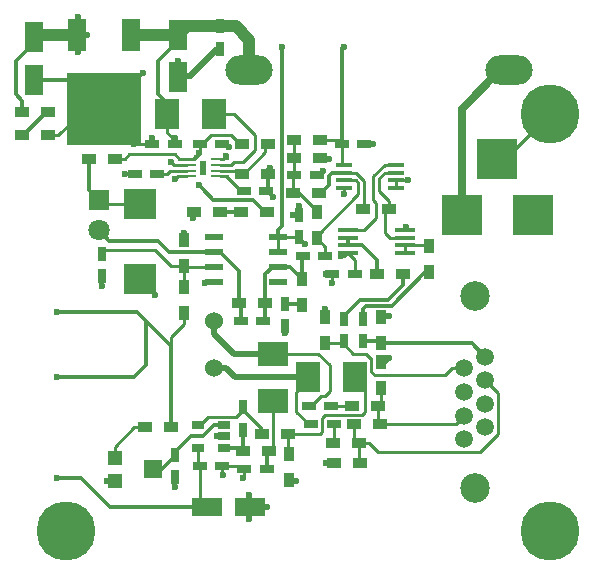
<source format=gbr>
G04 #@! TF.FileFunction,Copper,L1,Top,Signal*
%FSLAX46Y46*%
G04 Gerber Fmt 4.6, Leading zero omitted, Abs format (unit mm)*
G04 Created by KiCad (PCBNEW 4.0.5) date Thu Apr 20 17:43:32 2017*
%MOMM*%
%LPD*%
G01*
G04 APERTURE LIST*
%ADD10C,0.100000*%
%ADD11R,1.200000X0.750000*%
%ADD12R,2.700000X2.550000*%
%ADD13R,1.200000X0.900000*%
%ADD14R,1.800000X0.360000*%
%ADD15R,0.750000X1.200000*%
%ADD16R,2.600000X1.600000*%
%ADD17R,1.600000X2.600000*%
%ADD18R,3.500000X3.500000*%
%ADD19R,1.800000X1.800000*%
%ADD20C,1.800000*%
%ADD21O,4.000500X2.499360*%
%ADD22R,0.900000X1.200000*%
%ADD23R,1.550000X0.600000*%
%ADD24R,1.060000X0.650000*%
%ADD25R,1.450000X0.450000*%
%ADD26R,1.500000X0.250000*%
%ADD27R,0.600000X1.200000*%
%ADD28C,5.000000*%
%ADD29R,6.300000X6.100000*%
%ADD30R,1.500000X2.800000*%
%ADD31R,2.500000X2.000000*%
%ADD32R,2.000000X2.500000*%
%ADD33R,1.500000X1.600000*%
%ADD34R,1.250000X1.250000*%
%ADD35C,1.500000*%
%ADD36C,2.500000*%
%ADD37C,1.524000*%
%ADD38C,0.600000*%
%ADD39C,0.250000*%
%ADD40C,0.500000*%
%ADD41C,0.300000*%
%ADD42C,1.000000*%
%ADD43C,0.700000*%
G04 APERTURE END LIST*
D10*
D11*
X153200000Y-96750000D03*
X151300000Y-96750000D03*
D12*
X151750000Y-99325000D03*
X151750000Y-105675000D03*
D13*
X144000000Y-91500000D03*
X141800000Y-91500000D03*
D11*
X160550000Y-98250000D03*
X162450000Y-98250000D03*
D14*
X169350000Y-103475000D03*
X174150000Y-103475000D03*
X174150000Y-102825000D03*
X174150000Y-102175000D03*
X174150000Y-101525000D03*
X169350000Y-101525000D03*
X169350000Y-102175000D03*
X169350000Y-102825000D03*
D15*
X154750000Y-120550000D03*
X154750000Y-122450000D03*
D11*
X162200000Y-109250000D03*
X160300000Y-109250000D03*
D15*
X165250000Y-100250000D03*
X165250000Y-102150000D03*
D16*
X157450000Y-125000000D03*
X161050000Y-125000000D03*
D11*
X156800000Y-121500000D03*
X158700000Y-121500000D03*
X166050000Y-116400000D03*
X167950000Y-116400000D03*
D15*
X160500000Y-118450000D03*
X160500000Y-116550000D03*
D11*
X167450000Y-103750000D03*
X165550000Y-103750000D03*
X162500000Y-121750000D03*
X160600000Y-121750000D03*
X164800000Y-96900000D03*
X166700000Y-96900000D03*
D15*
X164000000Y-109700000D03*
X164000000Y-107800000D03*
D11*
X168850000Y-94250000D03*
X170750000Y-94250000D03*
D17*
X155000000Y-85000000D03*
X155000000Y-88600000D03*
X142750000Y-85200000D03*
X142750000Y-88800000D03*
D11*
X169950000Y-105250000D03*
X168050000Y-105250000D03*
X154700000Y-94250000D03*
X152800000Y-94250000D03*
X156800000Y-94250000D03*
X158700000Y-94250000D03*
D18*
X179000000Y-100250000D03*
X185000000Y-100250000D03*
X182000000Y-95550000D03*
D19*
X148250000Y-99000000D03*
D20*
X148250000Y-101540000D03*
D13*
X160300000Y-100000000D03*
X162500000Y-100000000D03*
D21*
X183000740Y-88000000D03*
X160999260Y-88000000D03*
D13*
X154350000Y-118250000D03*
X152150000Y-118250000D03*
X162350000Y-107750000D03*
X160150000Y-107750000D03*
X162100000Y-118800000D03*
X164300000Y-118800000D03*
D22*
X164400000Y-120500000D03*
X164400000Y-122700000D03*
D13*
X169700000Y-116400000D03*
X171900000Y-116400000D03*
X160500000Y-120250000D03*
X162700000Y-120250000D03*
X167000000Y-93900000D03*
X164800000Y-93900000D03*
X164800000Y-95400000D03*
X167000000Y-95400000D03*
D22*
X155500000Y-108600000D03*
X155500000Y-106400000D03*
X166750000Y-100050000D03*
X166750000Y-102250000D03*
X176250000Y-105100000D03*
X176250000Y-102900000D03*
D13*
X174000000Y-105250000D03*
X171800000Y-105250000D03*
D22*
X155500000Y-104600000D03*
X155500000Y-102400000D03*
X165500000Y-105650000D03*
X165500000Y-107850000D03*
D13*
X166950000Y-98400000D03*
X164750000Y-98400000D03*
X172850000Y-99750000D03*
X170650000Y-99750000D03*
X144000000Y-93500000D03*
X141800000Y-93500000D03*
X160400000Y-94250000D03*
X162600000Y-94250000D03*
X160400000Y-96750000D03*
X162600000Y-96750000D03*
X156300000Y-100000000D03*
X158500000Y-100000000D03*
D23*
X158050000Y-102095000D03*
X158050000Y-103365000D03*
X158050000Y-104635000D03*
X158050000Y-105905000D03*
X163450000Y-105905000D03*
X163450000Y-104635000D03*
X163450000Y-103365000D03*
X163450000Y-102095000D03*
D24*
X158850000Y-119950000D03*
X158850000Y-119000000D03*
X158850000Y-118050000D03*
X156650000Y-118050000D03*
X156650000Y-119950000D03*
D25*
X169050000Y-96025000D03*
X169050000Y-96675000D03*
X169050000Y-97325000D03*
X169050000Y-97975000D03*
X173450000Y-97975000D03*
X173450000Y-97325000D03*
X173450000Y-96675000D03*
X173450000Y-96025000D03*
D26*
X158500000Y-95500000D03*
X158500000Y-96000000D03*
X158500000Y-96500000D03*
X158500000Y-97000000D03*
X155700000Y-95500000D03*
X155700000Y-96000000D03*
X155700000Y-96500000D03*
X155700000Y-97000000D03*
D27*
X157100000Y-96250000D03*
D28*
X186500000Y-127000000D03*
X145500000Y-127000000D03*
X186500000Y-91750000D03*
D29*
X148714000Y-91250000D03*
D30*
X151000000Y-85000000D03*
X146428000Y-85000000D03*
D31*
X163000000Y-116000000D03*
X163000000Y-112000000D03*
D32*
X154000000Y-91750000D03*
X158000000Y-91750000D03*
D13*
X172100000Y-118000000D03*
X169900000Y-118000000D03*
D33*
X152850000Y-121800000D03*
D34*
X149600000Y-120800000D03*
X149600000Y-122800000D03*
D35*
X181000000Y-112250000D03*
X179220000Y-113250000D03*
X181000000Y-114250000D03*
X179220000Y-115250000D03*
X181000000Y-116250000D03*
X179220000Y-117250000D03*
X181000000Y-118250000D03*
X179220000Y-119250000D03*
D36*
X180110000Y-107120000D03*
X180110000Y-123380000D03*
D15*
X170600000Y-110950000D03*
X170600000Y-109050000D03*
X169000000Y-110950000D03*
X169000000Y-109050000D03*
D11*
X166250000Y-118000000D03*
X168150000Y-118000000D03*
D32*
X166000000Y-114000000D03*
X170000000Y-114000000D03*
D22*
X172200000Y-114900000D03*
X172200000Y-112700000D03*
D13*
X168100000Y-119600000D03*
X170300000Y-119600000D03*
D22*
X172200000Y-111100000D03*
X172200000Y-108900000D03*
X167400000Y-111100000D03*
X167400000Y-108900000D03*
D15*
X148500000Y-105450000D03*
X148500000Y-103550000D03*
D13*
X170350000Y-121250000D03*
X168150000Y-121250000D03*
D15*
X158500000Y-84300000D03*
X158500000Y-86200000D03*
D13*
X149600000Y-95500000D03*
X147400000Y-95500000D03*
D37*
X158000000Y-113250000D03*
X158000000Y-109250000D03*
D38*
X159250000Y-94500000D03*
X152750000Y-93750000D03*
X167500000Y-121250000D03*
X150500000Y-96750000D03*
X156250000Y-100500000D03*
X155500000Y-101750000D03*
X153000000Y-107000000D03*
X148500000Y-106250000D03*
X165000000Y-122750000D03*
X172800000Y-112400000D03*
X172800000Y-108800000D03*
X167400000Y-108200000D03*
X149000000Y-122800000D03*
X154750000Y-123250000D03*
X164000000Y-110250000D03*
X157250000Y-106000000D03*
X174250000Y-101250000D03*
X163000000Y-98750000D03*
X162750000Y-96250000D03*
X152000000Y-88250000D03*
X151250000Y-94250000D03*
X155000000Y-87250000D03*
X156000000Y-88500000D03*
X159000000Y-95250000D03*
X171500000Y-94250000D03*
X167750000Y-95500000D03*
X167250000Y-96500000D03*
X169000000Y-98500000D03*
X174438393Y-97324999D03*
X158250000Y-119000000D03*
X160500000Y-122500000D03*
X161000000Y-126000000D03*
X162500000Y-125000000D03*
X161000000Y-124000000D03*
X158750000Y-122250000D03*
X168000000Y-106000000D03*
X167500000Y-105250000D03*
X165250000Y-99500000D03*
X164750000Y-100250000D03*
X144750000Y-114000000D03*
X144750000Y-108500000D03*
X168750000Y-103750000D03*
X165750000Y-102750000D03*
X163750000Y-86000000D03*
X169000000Y-86000000D03*
X144750000Y-122500000D03*
X146500000Y-86500000D03*
X146500000Y-83500000D03*
X147250000Y-85000000D03*
X154750000Y-93750000D03*
X154749994Y-97250000D03*
X154390000Y-95775999D03*
X156749996Y-95000000D03*
X156750000Y-97750000D03*
D39*
X173450000Y-97975000D02*
X173450000Y-97325000D01*
X158950001Y-94200001D02*
X159250000Y-94500000D01*
X158700000Y-94250000D02*
X158749999Y-94200001D01*
X158749999Y-94200001D02*
X158950001Y-94200001D01*
X152800000Y-94250000D02*
X152800000Y-93800000D01*
X152800000Y-93800000D02*
X152750000Y-93750000D01*
X152800000Y-94250000D02*
X151250000Y-94250000D01*
X151250000Y-94250000D02*
X151250000Y-93786000D01*
X151250000Y-93786000D02*
X148714000Y-91250000D01*
X186500000Y-91750000D02*
X182700000Y-95550000D01*
X182700000Y-95550000D02*
X182000000Y-95550000D01*
X168150000Y-121250000D02*
X167500000Y-121250000D01*
X151300000Y-96750000D02*
X150500000Y-96750000D01*
X156300000Y-100000000D02*
X156300000Y-100450000D01*
X156300000Y-100450000D02*
X156250000Y-100500000D01*
X155500000Y-102400000D02*
X155500000Y-101750000D01*
X151750000Y-105675000D02*
X151750000Y-105750000D01*
X151750000Y-105750000D02*
X153000000Y-107000000D01*
X148500000Y-105450000D02*
X148500000Y-106250000D01*
D40*
X158500000Y-86200000D02*
X158300000Y-86200000D01*
X158300000Y-86200000D02*
X156000000Y-88500000D01*
D39*
X164400000Y-122700000D02*
X164950000Y-122700000D01*
X164950000Y-122700000D02*
X165000000Y-122750000D01*
X172200000Y-112700000D02*
X172500000Y-112700000D01*
X172500000Y-112700000D02*
X172800000Y-112400000D01*
D41*
X172200000Y-108900000D02*
X172700000Y-108900000D01*
X172700000Y-108900000D02*
X172800000Y-108800000D01*
X167400000Y-108900000D02*
X167400000Y-108200000D01*
D39*
X149000000Y-122800000D02*
X149600000Y-122800000D01*
D41*
X154750000Y-122450000D02*
X154750000Y-123250000D01*
X164000000Y-109700000D02*
X164000000Y-110250000D01*
X158050000Y-105905000D02*
X157345000Y-105905000D01*
X157345000Y-105905000D02*
X157250000Y-106000000D01*
X174150000Y-101525000D02*
X174150000Y-101350000D01*
X174150000Y-101350000D02*
X174250000Y-101250000D01*
X162450000Y-98250000D02*
X162500000Y-98250000D01*
X162500000Y-98250000D02*
X163000000Y-98750000D01*
X162600000Y-96750000D02*
X162600000Y-96400000D01*
X162600000Y-96400000D02*
X162750000Y-96250000D01*
X162600000Y-96750000D02*
X162600000Y-98100000D01*
X162600000Y-98100000D02*
X162450000Y-98250000D01*
X149000000Y-91250000D02*
X152000000Y-88250000D01*
X148714000Y-91250000D02*
X149000000Y-91250000D01*
X142750000Y-88800000D02*
X146264000Y-88800000D01*
X146264000Y-88800000D02*
X148714000Y-91250000D01*
D39*
X144000000Y-93500000D02*
X144850000Y-93500000D01*
X144850000Y-93500000D02*
X147100000Y-91250000D01*
X147100000Y-91250000D02*
X148714000Y-91250000D01*
X159000000Y-95250000D02*
X158950000Y-95250000D01*
X155000000Y-88600000D02*
X155000000Y-87250000D01*
X155000000Y-88600000D02*
X155900000Y-88600000D01*
X155900000Y-88600000D02*
X156000000Y-88500000D01*
X158500000Y-95500000D02*
X158750000Y-95500000D01*
X158750000Y-95500000D02*
X159000000Y-95250000D01*
X170750000Y-94250000D02*
X171500000Y-94250000D01*
X167000000Y-95400000D02*
X167650000Y-95400000D01*
X167650000Y-95400000D02*
X167750000Y-95500000D01*
X166700000Y-96900000D02*
X166850000Y-96900000D01*
X166850000Y-96900000D02*
X167250000Y-96500000D01*
X169050000Y-97975000D02*
X169050000Y-98450000D01*
X169050000Y-98450000D02*
X169000000Y-98500000D01*
X173450000Y-97325000D02*
X174438392Y-97325000D01*
X174438392Y-97325000D02*
X174438393Y-97324999D01*
X158850000Y-119000000D02*
X158250000Y-119000000D01*
X160600000Y-121750000D02*
X160600000Y-122400000D01*
X160600000Y-122400000D02*
X160500000Y-122500000D01*
X158700000Y-121500000D02*
X160350000Y-121500000D01*
X160350000Y-121500000D02*
X160600000Y-121750000D01*
X161050000Y-125000000D02*
X161050000Y-125950000D01*
X161050000Y-125950000D02*
X161000000Y-126000000D01*
X161050000Y-125000000D02*
X162500000Y-125000000D01*
X161050000Y-125000000D02*
X161050000Y-124050000D01*
X161050000Y-124050000D02*
X161000000Y-124000000D01*
X158700000Y-121500000D02*
X158700000Y-122200000D01*
X158700000Y-122200000D02*
X158750000Y-122250000D01*
X168050000Y-105250000D02*
X168050000Y-105950000D01*
X168050000Y-105950000D02*
X168000000Y-106000000D01*
X168050000Y-105250000D02*
X167500000Y-105250000D01*
X165250000Y-100250000D02*
X165250000Y-99500000D01*
X165250000Y-100250000D02*
X164750000Y-100250000D01*
X152850000Y-121800000D02*
X153500000Y-121800000D01*
X153500000Y-121800000D02*
X154750000Y-120550000D01*
D41*
X154750000Y-120550000D02*
X154750000Y-120325000D01*
X154750000Y-120325000D02*
X156075000Y-119000000D01*
X156075000Y-119000000D02*
X157070000Y-119000000D01*
X157070000Y-119000000D02*
X158020000Y-118050000D01*
X158020000Y-118050000D02*
X158850000Y-118050000D01*
X154750000Y-120775000D02*
X154750000Y-120550000D01*
X162350000Y-107750000D02*
X162350000Y-107000000D01*
X162350000Y-107000000D02*
X162324999Y-106974999D01*
X162324999Y-106974999D02*
X162324999Y-105285001D01*
X162324999Y-105285001D02*
X162975000Y-104635000D01*
X162975000Y-104635000D02*
X163450000Y-104635000D01*
X165500000Y-105650000D02*
X165500000Y-103800000D01*
X165500000Y-103800000D02*
X165550000Y-103750000D01*
X163450000Y-104635000D02*
X164485000Y-104635000D01*
X164485000Y-104635000D02*
X165500000Y-105650000D01*
X162350000Y-107750000D02*
X162350000Y-109100000D01*
X162350000Y-109100000D02*
X162200000Y-109250000D01*
X148250000Y-101540000D02*
X149149999Y-102439999D01*
X149149999Y-102439999D02*
X153311765Y-102439999D01*
X153311765Y-102439999D02*
X154236766Y-103365000D01*
X156975000Y-103365000D02*
X158050000Y-103365000D01*
X154236766Y-103365000D02*
X156975000Y-103365000D01*
D39*
X157575000Y-103365000D02*
X158050000Y-103365000D01*
D41*
X158050000Y-103365000D02*
X158525000Y-103365000D01*
X158525000Y-103365000D02*
X160150000Y-104990000D01*
X160150000Y-104990000D02*
X160150000Y-107000000D01*
X160150000Y-107000000D02*
X160150000Y-107750000D01*
X160300000Y-109250000D02*
X160300000Y-107900000D01*
X160300000Y-107900000D02*
X160150000Y-107750000D01*
D39*
X155500000Y-108600000D02*
X155500000Y-109450000D01*
X155500000Y-109450000D02*
X154350000Y-110600000D01*
X154350000Y-110600000D02*
X154350000Y-111350000D01*
D41*
X157450000Y-125000000D02*
X149250000Y-125000000D01*
X149250000Y-125000000D02*
X146750000Y-122500000D01*
X146750000Y-122500000D02*
X144750000Y-122500000D01*
X152250000Y-113000000D02*
X151250000Y-114000000D01*
X151250000Y-114000000D02*
X144750000Y-114000000D01*
X152250000Y-109250000D02*
X151500000Y-108500000D01*
X154350000Y-111350000D02*
X152250000Y-109250000D01*
X152250000Y-109250000D02*
X152250000Y-113000000D01*
X154350000Y-118250000D02*
X154350000Y-111350000D01*
X151500000Y-108500000D02*
X144750000Y-108500000D01*
X168750000Y-103750000D02*
X169075000Y-103750000D01*
X169075000Y-103750000D02*
X169350000Y-103475000D01*
X165250000Y-102150000D02*
X165250000Y-102250000D01*
X165250000Y-102250000D02*
X165750000Y-102750000D01*
X163750000Y-101195000D02*
X163750000Y-86000000D01*
X163450000Y-101495000D02*
X163750000Y-101195000D01*
X163450000Y-102095000D02*
X163450000Y-101495000D01*
X168850000Y-86150000D02*
X169000000Y-86000000D01*
X168850000Y-94250000D02*
X168850000Y-86150000D01*
X142750000Y-85200000D02*
X142750000Y-85700000D01*
X141250000Y-90030002D02*
X141800000Y-90580002D01*
X142750000Y-85700000D02*
X141250000Y-87200000D01*
X141250000Y-87200000D02*
X141250000Y-90030002D01*
X141800000Y-90580002D02*
X141800000Y-91500000D01*
X146428000Y-85000000D02*
X146428000Y-86428000D01*
X146428000Y-86428000D02*
X146500000Y-86500000D01*
X146428000Y-85000000D02*
X146428000Y-83572000D01*
X146428000Y-83572000D02*
X146500000Y-83500000D01*
X146428000Y-85000000D02*
X147250000Y-85000000D01*
D42*
X146428000Y-85000000D02*
X142950000Y-85000000D01*
X142950000Y-85000000D02*
X142750000Y-85200000D01*
D39*
X156800000Y-121500000D02*
X156800000Y-124350000D01*
X156800000Y-124350000D02*
X157450000Y-125000000D01*
X156650000Y-119950000D02*
X156650000Y-121350000D01*
X156650000Y-121350000D02*
X156800000Y-121500000D01*
X169950000Y-105250000D02*
X169950000Y-104075000D01*
X169950000Y-104075000D02*
X169350000Y-103475000D01*
X167000000Y-93900000D02*
X168500000Y-93900000D01*
X168500000Y-93900000D02*
X168850000Y-94250000D01*
X168850000Y-94250000D02*
X168850000Y-95825000D01*
X168850000Y-95825000D02*
X169050000Y-96025000D01*
X163450000Y-103365000D02*
X163450000Y-102095000D01*
X165250000Y-102150000D02*
X163505000Y-102150000D01*
X163505000Y-102150000D02*
X163450000Y-102095000D01*
X163000000Y-112000000D02*
X166800000Y-112000000D01*
X166800000Y-112000000D02*
X167800000Y-113000000D01*
X167800000Y-113000000D02*
X167800000Y-115200000D01*
X167800000Y-115200000D02*
X167400000Y-115600000D01*
X167400000Y-115600000D02*
X167075000Y-115600000D01*
X167075000Y-115600000D02*
X166275000Y-116400000D01*
X166275000Y-116400000D02*
X166050000Y-116400000D01*
D40*
X158000000Y-109250000D02*
X158000000Y-110327630D01*
X159672370Y-112000000D02*
X161250000Y-112000000D01*
X158000000Y-110327630D02*
X159672370Y-112000000D01*
X161250000Y-112000000D02*
X163000000Y-112000000D01*
D39*
X167950000Y-116400000D02*
X169700000Y-116400000D01*
D41*
X160500000Y-120250000D02*
X160500000Y-118450000D01*
X158850000Y-119950000D02*
X160200000Y-119950000D01*
X160200000Y-119950000D02*
X160500000Y-120250000D01*
D39*
X160500000Y-116550000D02*
X160500000Y-116775000D01*
X160500000Y-116775000D02*
X162100000Y-118375000D01*
X162100000Y-118375000D02*
X162100000Y-118800000D01*
X160500000Y-116775000D02*
X159875001Y-117399999D01*
X157505001Y-117399999D02*
X156855000Y-118050000D01*
X159875001Y-117399999D02*
X157505001Y-117399999D01*
X156855000Y-118050000D02*
X156650000Y-118050000D01*
D41*
X156650000Y-118050000D02*
X156445000Y-118050000D01*
D39*
X167450000Y-103750000D02*
X167450000Y-102950000D01*
X167450000Y-102950000D02*
X166750000Y-102250000D01*
X166750000Y-102250000D02*
X166750000Y-102014998D01*
X166750000Y-102014998D02*
X170250000Y-98514998D01*
X170250000Y-98514998D02*
X170250000Y-97550000D01*
X170250000Y-97550000D02*
X170025000Y-97325000D01*
X170025000Y-97325000D02*
X169050000Y-97325000D01*
X163000000Y-116000000D02*
X163000000Y-117250000D01*
X163000000Y-117250000D02*
X163025001Y-117275001D01*
X163025001Y-117275001D02*
X163025001Y-119924999D01*
X163025001Y-119924999D02*
X162700000Y-120250000D01*
D41*
X162500000Y-121750000D02*
X162500000Y-120450000D01*
X162500000Y-120450000D02*
X162700000Y-120250000D01*
D39*
X164800000Y-95400000D02*
X164800000Y-93900000D01*
X164800000Y-96900000D02*
X164800000Y-95400000D01*
X164750000Y-98400000D02*
X164750000Y-96950000D01*
X164750000Y-96950000D02*
X164800000Y-96900000D01*
X166750000Y-100050000D02*
X166750000Y-99900000D01*
X166750000Y-99900000D02*
X165250000Y-98400000D01*
X165250000Y-98400000D02*
X164750000Y-98400000D01*
D41*
X164000000Y-107800000D02*
X165450000Y-107800000D01*
X165450000Y-107800000D02*
X165500000Y-107850000D01*
D39*
X154000000Y-93250000D02*
X154500000Y-93750000D01*
X154000000Y-91750000D02*
X154000000Y-93250000D01*
X154500000Y-93750000D02*
X154750000Y-93750000D01*
X154750000Y-94174264D02*
X154750000Y-93750000D01*
X154750000Y-94200000D02*
X154750000Y-94174264D01*
X154700000Y-94250000D02*
X154750000Y-94200000D01*
X155700000Y-97000000D02*
X154999994Y-97000000D01*
X154999994Y-97000000D02*
X154749994Y-97250000D01*
X154750000Y-97250000D02*
X154749994Y-97250000D01*
X155000000Y-97000000D02*
X154750000Y-97250000D01*
D42*
X158500000Y-84300000D02*
X159875000Y-84300000D01*
X159875000Y-84300000D02*
X160999260Y-85424260D01*
X160999260Y-85424260D02*
X160999260Y-85750320D01*
X160999260Y-85750320D02*
X160999260Y-88000000D01*
X155000000Y-85000000D02*
X155700000Y-84300000D01*
X155700000Y-84300000D02*
X158500000Y-84300000D01*
D39*
X154614001Y-96000000D02*
X154390000Y-95775999D01*
X154700000Y-96000000D02*
X154614001Y-96000000D01*
X155700000Y-96000000D02*
X154700000Y-96000000D01*
D42*
X155000000Y-85000000D02*
X151000000Y-85000000D01*
D41*
X154225000Y-91750000D02*
X154000000Y-91750000D01*
X155000000Y-85000000D02*
X155000000Y-85500000D01*
X154000000Y-90750000D02*
X154000000Y-91750000D01*
X155000000Y-85500000D02*
X153250000Y-87250000D01*
X153250000Y-87250000D02*
X153250000Y-90000000D01*
X153250000Y-90000000D02*
X154000000Y-90750000D01*
D39*
X153200000Y-96750000D02*
X154050000Y-96750000D01*
X154050000Y-96750000D02*
X154300000Y-96500000D01*
X154300000Y-96500000D02*
X154700000Y-96500000D01*
X154700000Y-96500000D02*
X155700000Y-96500000D01*
X160550000Y-98250000D02*
X160325000Y-98250000D01*
X160325000Y-98250000D02*
X159075000Y-97000000D01*
X159075000Y-97000000D02*
X158500000Y-97000000D01*
X156749996Y-95075004D02*
X156749996Y-95000000D01*
X155700000Y-95500000D02*
X156325000Y-95500000D01*
X156800000Y-94949996D02*
X156749996Y-95000000D01*
X156800000Y-94250000D02*
X156800000Y-94949996D01*
X156449997Y-95299999D02*
X156749996Y-95000000D01*
X156325000Y-95500000D02*
X156749996Y-95075004D01*
X156249996Y-95500000D02*
X156449997Y-95299999D01*
X156000000Y-95500000D02*
X156249996Y-95500000D01*
D41*
X157049999Y-98049999D02*
X156750000Y-97750000D01*
X161325001Y-98975001D02*
X157975001Y-98975001D01*
X157975001Y-98975001D02*
X157049999Y-98049999D01*
X162350000Y-100000000D02*
X161325001Y-98975001D01*
X162500000Y-100000000D02*
X162350000Y-100000000D01*
D39*
X160400000Y-94250000D02*
X160250000Y-94250000D01*
X160250000Y-94250000D02*
X159500000Y-93500000D01*
X159500000Y-93500000D02*
X157775000Y-93500000D01*
X157775000Y-93500000D02*
X157025000Y-94250000D01*
X157025000Y-94250000D02*
X156800000Y-94250000D01*
X160150000Y-94250000D02*
X160000000Y-94250000D01*
X155700000Y-95500000D02*
X155075000Y-95500000D01*
X155075000Y-95500000D02*
X154700000Y-95125000D01*
X154700000Y-95125000D02*
X150825000Y-95125000D01*
X150825000Y-95125000D02*
X150450000Y-95500000D01*
X150450000Y-95500000D02*
X149600000Y-95500000D01*
D43*
X179000000Y-100250000D02*
X179000000Y-91250170D01*
X179000000Y-91250170D02*
X182250170Y-88000000D01*
X182250170Y-88000000D02*
X183000740Y-88000000D01*
D41*
X144000000Y-91500000D02*
X143850000Y-91500000D01*
X143850000Y-91500000D02*
X141850000Y-93500000D01*
X141850000Y-93500000D02*
X141800000Y-93500000D01*
X160300000Y-100000000D02*
X158500000Y-100000000D01*
X176250000Y-105100000D02*
X175900000Y-105100000D01*
X175900000Y-105100000D02*
X173050001Y-107949999D01*
X173050001Y-107949999D02*
X170850001Y-107949999D01*
X170850001Y-107949999D02*
X170600000Y-108200000D01*
X170600000Y-108200000D02*
X170600000Y-109050000D01*
D40*
X176250000Y-105100000D02*
X176100000Y-105100000D01*
D41*
X174000000Y-105250000D02*
X174000000Y-106200000D01*
X174000000Y-106200000D02*
X172750012Y-107449988D01*
X169000000Y-108825000D02*
X169000000Y-109050000D01*
X172750012Y-107449988D02*
X170375012Y-107449988D01*
X170375012Y-107449988D02*
X169000000Y-108825000D01*
D40*
X174000000Y-105250000D02*
X174150000Y-105250000D01*
D39*
X172200000Y-114900000D02*
X172200000Y-116100000D01*
X172200000Y-116100000D02*
X171900000Y-116400000D01*
X172100000Y-118000000D02*
X178470001Y-117999999D01*
X178470001Y-117999999D02*
X179220000Y-117250000D01*
X172000000Y-118100000D02*
X172100000Y-118000000D01*
X171900000Y-116400000D02*
X171900000Y-117800000D01*
X171900000Y-117800000D02*
X172100000Y-118000000D01*
X158000000Y-91750000D02*
X159750000Y-91750000D01*
X159750000Y-91750000D02*
X161500000Y-93500000D01*
X161500000Y-93500000D02*
X161500000Y-94750000D01*
X161500000Y-94750000D02*
X160500000Y-95750000D01*
X160500000Y-95750000D02*
X159750000Y-95750000D01*
X159750000Y-95750000D02*
X159500000Y-96000000D01*
X159500000Y-96000000D02*
X158500000Y-96000000D01*
X158000000Y-91750000D02*
X158000000Y-92000000D01*
X152150000Y-118250000D02*
X151275000Y-118250000D01*
X151275000Y-118250000D02*
X149600000Y-119925000D01*
X149600000Y-119925000D02*
X149600000Y-120800000D01*
D41*
X152250000Y-118350000D02*
X152150000Y-118250000D01*
X152150000Y-118250000D02*
X152150000Y-118450000D01*
D39*
X174150000Y-103475000D02*
X174150000Y-102825000D01*
X174150000Y-102825000D02*
X176175000Y-102825000D01*
X176175000Y-102825000D02*
X176250000Y-102900000D01*
D41*
X169350000Y-102175000D02*
X169350000Y-102825000D01*
X169350000Y-102825000D02*
X170550000Y-102825000D01*
X170550000Y-102825000D02*
X171800000Y-104075000D01*
X171800000Y-104075000D02*
X171800000Y-104500000D01*
X171800000Y-104500000D02*
X171800000Y-105250000D01*
D39*
X170650000Y-99750000D02*
X170650000Y-99350000D01*
X170650000Y-99350000D02*
X170750000Y-99250000D01*
X170750000Y-99250000D02*
X170750000Y-97363589D01*
X170025000Y-96675000D02*
X169050000Y-96675000D01*
X170750000Y-97363589D02*
X170061411Y-96675000D01*
X170061411Y-96675000D02*
X170025000Y-96675000D01*
D41*
X166950000Y-98400000D02*
X167100000Y-98400000D01*
X167100000Y-98400000D02*
X167750000Y-97750000D01*
X167750000Y-96950000D02*
X168025000Y-96675000D01*
X167750000Y-97750000D02*
X167750000Y-96950000D01*
X168025000Y-96675000D02*
X169050000Y-96675000D01*
D39*
X172850000Y-99750000D02*
X172500000Y-100100000D01*
X172500000Y-100100000D02*
X172500000Y-101750000D01*
X172500000Y-101750000D02*
X172925000Y-102175000D01*
X172925000Y-102175000D02*
X174150000Y-102175000D01*
X173450000Y-96675000D02*
X172475000Y-96675000D01*
X172475000Y-96675000D02*
X172000000Y-97150000D01*
X172000000Y-97150000D02*
X172000000Y-98200000D01*
X172000000Y-98200000D02*
X172850000Y-99050000D01*
X172850000Y-99050000D02*
X172850000Y-99750000D01*
X162350000Y-94950000D02*
X162350000Y-94500000D01*
X162350000Y-94500000D02*
X162600000Y-94250000D01*
X162350000Y-94950000D02*
X160550000Y-96750000D01*
X160550000Y-96750000D02*
X160400000Y-96750000D01*
X160400000Y-96750000D02*
X160150000Y-96500000D01*
X160150000Y-96500000D02*
X158500000Y-96500000D01*
X171750000Y-100500000D02*
X170725000Y-101525000D01*
X170725000Y-101525000D02*
X169350000Y-101525000D01*
X171750000Y-99214998D02*
X171750000Y-100500000D01*
X173450000Y-96025000D02*
X172475000Y-96025000D01*
X172475000Y-96025000D02*
X171500000Y-97000000D01*
X171500000Y-97000000D02*
X171500000Y-98964998D01*
X171500000Y-98964998D02*
X171750000Y-99214998D01*
D41*
X170070000Y-101525000D02*
X169350000Y-101525000D01*
X170600000Y-110950000D02*
X172050000Y-110950000D01*
X172050000Y-110950000D02*
X172200000Y-111100000D01*
X172200000Y-111100000D02*
X179850000Y-111100000D01*
X179850000Y-111100000D02*
X181000000Y-112250000D01*
D39*
X170880002Y-112000000D02*
X171350001Y-112469999D01*
X171350001Y-112469999D02*
X171350001Y-113530003D01*
X171350001Y-113530003D02*
X171619998Y-113800000D01*
X171619998Y-113800000D02*
X177609340Y-113800000D01*
X177609340Y-113800000D02*
X178159340Y-113250000D01*
X178159340Y-113250000D02*
X179220000Y-113250000D01*
X169000000Y-110950000D02*
X169000000Y-111175000D01*
X170880002Y-112000000D02*
X171280001Y-112399999D01*
X169000000Y-111175000D02*
X169825000Y-112000000D01*
X169825000Y-112000000D02*
X170880002Y-112000000D01*
D41*
X169000000Y-110950000D02*
X169000000Y-110725000D01*
D39*
X167400000Y-111100000D02*
X168850000Y-111100000D01*
X168850000Y-111100000D02*
X169000000Y-110950000D01*
D40*
X179220000Y-112820000D02*
X179220000Y-113250000D01*
D39*
X166250000Y-118000000D02*
X166025000Y-118000000D01*
X165000000Y-116975000D02*
X165000000Y-115250000D01*
X166025000Y-118000000D02*
X165000000Y-116975000D01*
X165000000Y-115250000D02*
X166000000Y-114250000D01*
X166000000Y-114250000D02*
X166000000Y-114000000D01*
D40*
X159077630Y-113250000D02*
X159827630Y-114000000D01*
X159827630Y-114000000D02*
X166000000Y-114000000D01*
X159077630Y-113250000D02*
X158000000Y-113250000D01*
D39*
X168150000Y-118000000D02*
X168150000Y-119550000D01*
X168150000Y-119550000D02*
X168100000Y-119600000D01*
X170300000Y-119600000D02*
X170300000Y-121200000D01*
X170300000Y-121200000D02*
X170350000Y-121250000D01*
X170300000Y-119600000D02*
X171150000Y-119600000D01*
X171150000Y-119600000D02*
X171875001Y-120325001D01*
X171875001Y-120325001D02*
X180516001Y-120325001D01*
X182075001Y-118766001D02*
X182075001Y-115325001D01*
X180516001Y-120325001D02*
X182075001Y-118766001D01*
X182075001Y-115325001D02*
X181749999Y-114999999D01*
X181749999Y-114999999D02*
X181000000Y-114250000D01*
X169900000Y-118000000D02*
X169900000Y-119200000D01*
X169900000Y-119200000D02*
X170300000Y-119600000D01*
X170000000Y-114000000D02*
X170800000Y-114800000D01*
X170800000Y-114800000D02*
X170800000Y-116935002D01*
X170800000Y-116935002D02*
X170535002Y-117200000D01*
X170535002Y-117200000D02*
X167400000Y-117200000D01*
X167400000Y-117200000D02*
X167175001Y-117424999D01*
X167175001Y-117424999D02*
X167175001Y-118624999D01*
X167175001Y-118624999D02*
X167000000Y-118800000D01*
X167000000Y-118800000D02*
X164300000Y-118800000D01*
X164300000Y-118800000D02*
X164300000Y-120400000D01*
X164300000Y-120400000D02*
X164400000Y-120500000D01*
X170000000Y-114000000D02*
X170000000Y-114250000D01*
D41*
X147400000Y-95500000D02*
X147400000Y-98150000D01*
X147400000Y-98150000D02*
X148250000Y-99000000D01*
D39*
X151750000Y-99325000D02*
X148575000Y-99325000D01*
X148575000Y-99325000D02*
X148250000Y-99000000D01*
X155500000Y-104600000D02*
X155500000Y-106400000D01*
X158050000Y-104635000D02*
X155535000Y-104635000D01*
X155535000Y-104635000D02*
X155500000Y-104600000D01*
X148500000Y-103550000D02*
X148800000Y-103250000D01*
X148800000Y-103250000D02*
X153000000Y-103250000D01*
X153000000Y-103250000D02*
X154350000Y-104600000D01*
X154350000Y-104600000D02*
X155500000Y-104600000D01*
M02*

</source>
